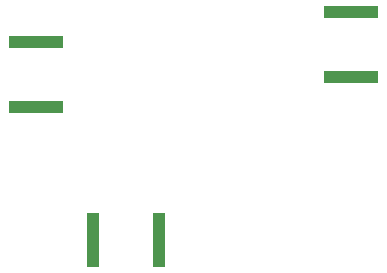
<source format=gbr>
%TF.GenerationSoftware,KiCad,Pcbnew,7.0.8*%
%TF.CreationDate,2024-03-13T12:02:18-04:00*%
%TF.ProjectId,Mixer,4d697865-722e-46b6-9963-61645f706362,rev?*%
%TF.SameCoordinates,Original*%
%TF.FileFunction,Paste,Bot*%
%TF.FilePolarity,Positive*%
%FSLAX46Y46*%
G04 Gerber Fmt 4.6, Leading zero omitted, Abs format (unit mm)*
G04 Created by KiCad (PCBNEW 7.0.8) date 2024-03-13 12:02:18*
%MOMM*%
%LPD*%
G01*
G04 APERTURE LIST*
%ADD10R,4.560000X1.000000*%
%ADD11R,1.000000X4.560000*%
G04 APERTURE END LIST*
D10*
%TO.C,REF\u002A\u002A*%
X62738000Y-73432750D03*
X62738000Y-78972750D03*
%TD*%
D11*
%TO.C,REF\u002A\u002A*%
X67590750Y-90170000D03*
X73130750Y-90170000D03*
%TD*%
D10*
%TO.C,REF\u002A\u002A*%
X89408000Y-70890000D03*
X89408000Y-76430000D03*
%TD*%
M02*

</source>
